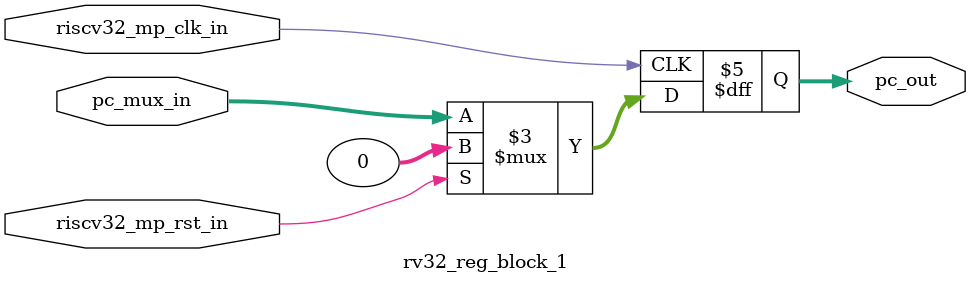
<source format=v>
module rv32_reg_block_1 #(
  parameter PC_MUX_DATA_WIDTH = 32
 )(
  input riscv32_mp_clk_in,
  input riscv32_mp_rst_in,
  input [(PC_MUX_DATA_WIDTH-1):0]      pc_mux_in,
  output reg [(PC_MUX_DATA_WIDTH-1):0] pc_out
);

always @(posedge riscv32_mp_clk_in)
begin
  if(riscv32_mp_rst_in)
    pc_out <= 0;
  else
    pc_out <= pc_mux_in;
end

endmodule

</source>
